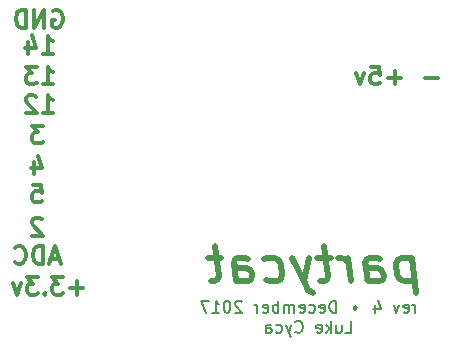
<source format=gbo>
G04 #@! TF.FileFunction,Legend,Bot*
%FSLAX46Y46*%
G04 Gerber Fmt 4.6, Leading zero omitted, Abs format (unit mm)*
G04 Created by KiCad (PCBNEW 4.0.7) date Tuesday, December 26, 2017 'AMt' 07:42:27 AM*
%MOMM*%
%LPD*%
G01*
G04 APERTURE LIST*
%ADD10C,0.100000*%
%ADD11C,0.200000*%
%ADD12C,0.500000*%
%ADD13C,0.300000*%
G04 APERTURE END LIST*
D10*
D11*
X41647620Y-29002381D02*
X41647620Y-28335714D01*
X41647620Y-28526190D02*
X41600001Y-28430952D01*
X41552382Y-28383333D01*
X41457144Y-28335714D01*
X41361905Y-28335714D01*
X40647619Y-28954762D02*
X40742857Y-29002381D01*
X40933334Y-29002381D01*
X41028572Y-28954762D01*
X41076191Y-28859524D01*
X41076191Y-28478571D01*
X41028572Y-28383333D01*
X40933334Y-28335714D01*
X40742857Y-28335714D01*
X40647619Y-28383333D01*
X40600000Y-28478571D01*
X40600000Y-28573810D01*
X41076191Y-28669048D01*
X40266667Y-28335714D02*
X40028572Y-29002381D01*
X39790476Y-28335714D01*
X38219047Y-28335714D02*
X38219047Y-29002381D01*
X38457143Y-27954762D02*
X38695238Y-28669048D01*
X38076190Y-28669048D01*
X36647618Y-28526190D02*
X36647618Y-28716667D01*
X36599999Y-28716667D02*
X36599999Y-28526190D01*
X36552380Y-28478571D02*
X36552380Y-28764286D01*
X36504761Y-28716667D02*
X36504761Y-28526190D01*
X36457142Y-28526190D02*
X36457142Y-28716667D01*
X36647618Y-28669048D02*
X36552380Y-28764286D01*
X36457142Y-28669048D01*
X36647618Y-28573810D02*
X36552380Y-28478571D01*
X36457142Y-28573810D01*
X36647618Y-28526190D02*
X36552380Y-28478571D01*
X36457142Y-28526190D01*
X36409523Y-28621429D01*
X36457142Y-28716667D01*
X36552380Y-28764286D01*
X36647618Y-28716667D01*
X36695238Y-28621429D01*
X36647618Y-28526190D01*
X34933333Y-29002381D02*
X34933333Y-28002381D01*
X34695238Y-28002381D01*
X34552380Y-28050000D01*
X34457142Y-28145238D01*
X34409523Y-28240476D01*
X34361904Y-28430952D01*
X34361904Y-28573810D01*
X34409523Y-28764286D01*
X34457142Y-28859524D01*
X34552380Y-28954762D01*
X34695238Y-29002381D01*
X34933333Y-29002381D01*
X33552380Y-28954762D02*
X33647618Y-29002381D01*
X33838095Y-29002381D01*
X33933333Y-28954762D01*
X33980952Y-28859524D01*
X33980952Y-28478571D01*
X33933333Y-28383333D01*
X33838095Y-28335714D01*
X33647618Y-28335714D01*
X33552380Y-28383333D01*
X33504761Y-28478571D01*
X33504761Y-28573810D01*
X33980952Y-28669048D01*
X32647618Y-28954762D02*
X32742856Y-29002381D01*
X32933333Y-29002381D01*
X33028571Y-28954762D01*
X33076190Y-28907143D01*
X33123809Y-28811905D01*
X33123809Y-28526190D01*
X33076190Y-28430952D01*
X33028571Y-28383333D01*
X32933333Y-28335714D01*
X32742856Y-28335714D01*
X32647618Y-28383333D01*
X31838094Y-28954762D02*
X31933332Y-29002381D01*
X32123809Y-29002381D01*
X32219047Y-28954762D01*
X32266666Y-28859524D01*
X32266666Y-28478571D01*
X32219047Y-28383333D01*
X32123809Y-28335714D01*
X31933332Y-28335714D01*
X31838094Y-28383333D01*
X31790475Y-28478571D01*
X31790475Y-28573810D01*
X32266666Y-28669048D01*
X31361904Y-29002381D02*
X31361904Y-28335714D01*
X31361904Y-28430952D02*
X31314285Y-28383333D01*
X31219047Y-28335714D01*
X31076189Y-28335714D01*
X30980951Y-28383333D01*
X30933332Y-28478571D01*
X30933332Y-29002381D01*
X30933332Y-28478571D02*
X30885713Y-28383333D01*
X30790475Y-28335714D01*
X30647618Y-28335714D01*
X30552380Y-28383333D01*
X30504761Y-28478571D01*
X30504761Y-29002381D01*
X30028571Y-29002381D02*
X30028571Y-28002381D01*
X30028571Y-28383333D02*
X29933333Y-28335714D01*
X29742856Y-28335714D01*
X29647618Y-28383333D01*
X29599999Y-28430952D01*
X29552380Y-28526190D01*
X29552380Y-28811905D01*
X29599999Y-28907143D01*
X29647618Y-28954762D01*
X29742856Y-29002381D01*
X29933333Y-29002381D01*
X30028571Y-28954762D01*
X28742856Y-28954762D02*
X28838094Y-29002381D01*
X29028571Y-29002381D01*
X29123809Y-28954762D01*
X29171428Y-28859524D01*
X29171428Y-28478571D01*
X29123809Y-28383333D01*
X29028571Y-28335714D01*
X28838094Y-28335714D01*
X28742856Y-28383333D01*
X28695237Y-28478571D01*
X28695237Y-28573810D01*
X29171428Y-28669048D01*
X28266666Y-29002381D02*
X28266666Y-28335714D01*
X28266666Y-28526190D02*
X28219047Y-28430952D01*
X28171428Y-28383333D01*
X28076190Y-28335714D01*
X27980951Y-28335714D01*
X26933332Y-28097619D02*
X26885713Y-28050000D01*
X26790475Y-28002381D01*
X26552379Y-28002381D01*
X26457141Y-28050000D01*
X26409522Y-28097619D01*
X26361903Y-28192857D01*
X26361903Y-28288095D01*
X26409522Y-28430952D01*
X26980951Y-29002381D01*
X26361903Y-29002381D01*
X25742856Y-28002381D02*
X25647617Y-28002381D01*
X25552379Y-28050000D01*
X25504760Y-28097619D01*
X25457141Y-28192857D01*
X25409522Y-28383333D01*
X25409522Y-28621429D01*
X25457141Y-28811905D01*
X25504760Y-28907143D01*
X25552379Y-28954762D01*
X25647617Y-29002381D01*
X25742856Y-29002381D01*
X25838094Y-28954762D01*
X25885713Y-28907143D01*
X25933332Y-28811905D01*
X25980951Y-28621429D01*
X25980951Y-28383333D01*
X25933332Y-28192857D01*
X25885713Y-28097619D01*
X25838094Y-28050000D01*
X25742856Y-28002381D01*
X24457141Y-29002381D02*
X25028570Y-29002381D01*
X24742856Y-29002381D02*
X24742856Y-28002381D01*
X24838094Y-28145238D01*
X24933332Y-28240476D01*
X25028570Y-28288095D01*
X24123808Y-28002381D02*
X23457141Y-28002381D01*
X23885713Y-29002381D01*
X35719048Y-30702381D02*
X36195239Y-30702381D01*
X36195239Y-29702381D01*
X34957143Y-30035714D02*
X34957143Y-30702381D01*
X35385715Y-30035714D02*
X35385715Y-30559524D01*
X35338096Y-30654762D01*
X35242858Y-30702381D01*
X35100000Y-30702381D01*
X35004762Y-30654762D01*
X34957143Y-30607143D01*
X34480953Y-30702381D02*
X34480953Y-29702381D01*
X34385715Y-30321429D02*
X34100000Y-30702381D01*
X34100000Y-30035714D02*
X34480953Y-30416667D01*
X33290476Y-30654762D02*
X33385714Y-30702381D01*
X33576191Y-30702381D01*
X33671429Y-30654762D01*
X33719048Y-30559524D01*
X33719048Y-30178571D01*
X33671429Y-30083333D01*
X33576191Y-30035714D01*
X33385714Y-30035714D01*
X33290476Y-30083333D01*
X33242857Y-30178571D01*
X33242857Y-30273810D01*
X33719048Y-30369048D01*
X31480952Y-30607143D02*
X31528571Y-30654762D01*
X31671428Y-30702381D01*
X31766666Y-30702381D01*
X31909524Y-30654762D01*
X32004762Y-30559524D01*
X32052381Y-30464286D01*
X32100000Y-30273810D01*
X32100000Y-30130952D01*
X32052381Y-29940476D01*
X32004762Y-29845238D01*
X31909524Y-29750000D01*
X31766666Y-29702381D01*
X31671428Y-29702381D01*
X31528571Y-29750000D01*
X31480952Y-29797619D01*
X31147619Y-30035714D02*
X30909524Y-30702381D01*
X30671428Y-30035714D02*
X30909524Y-30702381D01*
X31004762Y-30940476D01*
X31052381Y-30988095D01*
X31147619Y-31035714D01*
X29861904Y-30654762D02*
X29957142Y-30702381D01*
X30147619Y-30702381D01*
X30242857Y-30654762D01*
X30290476Y-30607143D01*
X30338095Y-30511905D01*
X30338095Y-30226190D01*
X30290476Y-30130952D01*
X30242857Y-30083333D01*
X30147619Y-30035714D01*
X29957142Y-30035714D01*
X29861904Y-30083333D01*
X29004761Y-30702381D02*
X29004761Y-30178571D01*
X29052380Y-30083333D01*
X29147618Y-30035714D01*
X29338095Y-30035714D01*
X29433333Y-30083333D01*
X29004761Y-30654762D02*
X29099999Y-30702381D01*
X29338095Y-30702381D01*
X29433333Y-30654762D01*
X29480952Y-30559524D01*
X29480952Y-30464286D01*
X29433333Y-30369048D01*
X29338095Y-30321429D01*
X29099999Y-30321429D01*
X29004761Y-30273810D01*
D12*
X41348215Y-24357143D02*
X41723215Y-27357143D01*
X41366072Y-24500000D02*
X41062501Y-24357143D01*
X40491072Y-24357143D01*
X40223215Y-24500000D01*
X40098215Y-24642857D01*
X39991072Y-24928571D01*
X40098215Y-25785714D01*
X40276787Y-26071429D01*
X40437501Y-26214286D01*
X40741072Y-26357143D01*
X41312501Y-26357143D01*
X41580358Y-26214286D01*
X37598215Y-26357143D02*
X37401786Y-24785714D01*
X37508929Y-24500000D01*
X37776786Y-24357143D01*
X38348215Y-24357143D01*
X38651786Y-24500000D01*
X37580358Y-26214286D02*
X37883929Y-26357143D01*
X38598215Y-26357143D01*
X38866072Y-26214286D01*
X38973214Y-25928571D01*
X38937500Y-25642857D01*
X38758929Y-25357143D01*
X38455358Y-25214286D01*
X37741072Y-25214286D01*
X37437501Y-25071429D01*
X36169643Y-26357143D02*
X35919643Y-24357143D01*
X35991071Y-24928571D02*
X35812500Y-24642857D01*
X35651786Y-24500000D01*
X35348215Y-24357143D01*
X35062500Y-24357143D01*
X34491072Y-24357143D02*
X33348215Y-24357143D01*
X33937500Y-23357143D02*
X34258928Y-25928571D01*
X34151786Y-26214286D01*
X33883929Y-26357143D01*
X33598215Y-26357143D01*
X32633929Y-24357143D02*
X32169643Y-26357143D01*
X31205357Y-24357143D02*
X32169643Y-26357143D01*
X32544643Y-27071429D01*
X32705357Y-27214286D01*
X33008929Y-27357143D01*
X29008929Y-26214286D02*
X29312500Y-26357143D01*
X29883929Y-26357143D01*
X30151786Y-26214286D01*
X30276786Y-26071429D01*
X30383928Y-25785714D01*
X30276785Y-24928571D01*
X30098214Y-24642857D01*
X29937500Y-24500000D01*
X29633929Y-24357143D01*
X29062500Y-24357143D01*
X28794643Y-24500000D01*
X26455357Y-26357143D02*
X26258928Y-24785714D01*
X26366071Y-24500000D01*
X26633928Y-24357143D01*
X27205357Y-24357143D01*
X27508928Y-24500000D01*
X26437500Y-26214286D02*
X26741071Y-26357143D01*
X27455357Y-26357143D01*
X27723214Y-26214286D01*
X27830356Y-25928571D01*
X27794642Y-25642857D01*
X27616071Y-25357143D01*
X27312500Y-25214286D01*
X26598214Y-25214286D01*
X26294643Y-25071429D01*
X25205357Y-24357143D02*
X24062500Y-24357143D01*
X24651785Y-23357143D02*
X24973213Y-25928571D01*
X24866071Y-26214286D01*
X24598214Y-26357143D01*
X24312500Y-26357143D01*
D13*
X11457143Y-24450000D02*
X10742857Y-24450000D01*
X11600000Y-24878571D02*
X11100000Y-23378571D01*
X10600000Y-24878571D01*
X10100000Y-24878571D02*
X10100000Y-23378571D01*
X9742857Y-23378571D01*
X9528572Y-23450000D01*
X9385714Y-23592857D01*
X9314286Y-23735714D01*
X9242857Y-24021429D01*
X9242857Y-24235714D01*
X9314286Y-24521429D01*
X9385714Y-24664286D01*
X9528572Y-24807143D01*
X9742857Y-24878571D01*
X10100000Y-24878571D01*
X7742857Y-24735714D02*
X7814286Y-24807143D01*
X8028572Y-24878571D01*
X8171429Y-24878571D01*
X8385714Y-24807143D01*
X8528572Y-24664286D01*
X8600000Y-24521429D01*
X8671429Y-24235714D01*
X8671429Y-24021429D01*
X8600000Y-23735714D01*
X8528572Y-23592857D01*
X8385714Y-23450000D01*
X8171429Y-23378571D01*
X8028572Y-23378571D01*
X7814286Y-23450000D01*
X7742857Y-23521429D01*
X10028571Y-21121429D02*
X9957142Y-21050000D01*
X9814285Y-20978571D01*
X9457142Y-20978571D01*
X9314285Y-21050000D01*
X9242856Y-21121429D01*
X9171428Y-21264286D01*
X9171428Y-21407143D01*
X9242856Y-21621429D01*
X10099999Y-22478571D01*
X9171428Y-22478571D01*
X9242856Y-18178571D02*
X9957142Y-18178571D01*
X10028571Y-18892857D01*
X9957142Y-18821429D01*
X9814285Y-18750000D01*
X9457142Y-18750000D01*
X9314285Y-18821429D01*
X9242856Y-18892857D01*
X9171428Y-19035714D01*
X9171428Y-19392857D01*
X9242856Y-19535714D01*
X9314285Y-19607143D01*
X9457142Y-19678571D01*
X9814285Y-19678571D01*
X9957142Y-19607143D01*
X10028571Y-19535714D01*
X9314285Y-16278571D02*
X9314285Y-17278571D01*
X9671428Y-15707143D02*
X10028571Y-16778571D01*
X9099999Y-16778571D01*
X10099999Y-13178571D02*
X9171428Y-13178571D01*
X9671428Y-13750000D01*
X9457142Y-13750000D01*
X9314285Y-13821429D01*
X9242856Y-13892857D01*
X9171428Y-14035714D01*
X9171428Y-14392857D01*
X9242856Y-14535714D01*
X9314285Y-14607143D01*
X9457142Y-14678571D01*
X9885714Y-14678571D01*
X10028571Y-14607143D01*
X10099999Y-14535714D01*
X10085714Y-12078571D02*
X10942857Y-12078571D01*
X10514285Y-12078571D02*
X10514285Y-10578571D01*
X10657142Y-10792857D01*
X10800000Y-10935714D01*
X10942857Y-11007143D01*
X9514286Y-10721429D02*
X9442857Y-10650000D01*
X9300000Y-10578571D01*
X8942857Y-10578571D01*
X8800000Y-10650000D01*
X8728571Y-10721429D01*
X8657143Y-10864286D01*
X8657143Y-11007143D01*
X8728571Y-11221429D01*
X9585714Y-12078571D01*
X8657143Y-12078571D01*
X10085714Y-9678571D02*
X10942857Y-9678571D01*
X10514285Y-9678571D02*
X10514285Y-8178571D01*
X10657142Y-8392857D01*
X10800000Y-8535714D01*
X10942857Y-8607143D01*
X9585714Y-8178571D02*
X8657143Y-8178571D01*
X9157143Y-8750000D01*
X8942857Y-8750000D01*
X8800000Y-8821429D01*
X8728571Y-8892857D01*
X8657143Y-9035714D01*
X8657143Y-9392857D01*
X8728571Y-9535714D01*
X8800000Y-9607143D01*
X8942857Y-9678571D01*
X9371429Y-9678571D01*
X9514286Y-9607143D01*
X9585714Y-9535714D01*
X13528571Y-26907143D02*
X12385714Y-26907143D01*
X12957143Y-27478571D02*
X12957143Y-26335714D01*
X11814285Y-25978571D02*
X10885714Y-25978571D01*
X11385714Y-26550000D01*
X11171428Y-26550000D01*
X11028571Y-26621429D01*
X10957142Y-26692857D01*
X10885714Y-26835714D01*
X10885714Y-27192857D01*
X10957142Y-27335714D01*
X11028571Y-27407143D01*
X11171428Y-27478571D01*
X11600000Y-27478571D01*
X11742857Y-27407143D01*
X11814285Y-27335714D01*
X10242857Y-27335714D02*
X10171429Y-27407143D01*
X10242857Y-27478571D01*
X10314286Y-27407143D01*
X10242857Y-27335714D01*
X10242857Y-27478571D01*
X9671428Y-25978571D02*
X8742857Y-25978571D01*
X9242857Y-26550000D01*
X9028571Y-26550000D01*
X8885714Y-26621429D01*
X8814285Y-26692857D01*
X8742857Y-26835714D01*
X8742857Y-27192857D01*
X8814285Y-27335714D01*
X8885714Y-27407143D01*
X9028571Y-27478571D01*
X9457143Y-27478571D01*
X9600000Y-27407143D01*
X9671428Y-27335714D01*
X8242857Y-26478571D02*
X7885714Y-27478571D01*
X7528572Y-26478571D01*
X10085714Y-7078571D02*
X10942857Y-7078571D01*
X10514285Y-7078571D02*
X10514285Y-5578571D01*
X10657142Y-5792857D01*
X10800000Y-5935714D01*
X10942857Y-6007143D01*
X8800000Y-6078571D02*
X8800000Y-7078571D01*
X9157143Y-5507143D02*
X9514286Y-6578571D01*
X8585714Y-6578571D01*
X10942857Y-3450000D02*
X11085714Y-3378571D01*
X11300000Y-3378571D01*
X11514285Y-3450000D01*
X11657143Y-3592857D01*
X11728571Y-3735714D01*
X11800000Y-4021429D01*
X11800000Y-4235714D01*
X11728571Y-4521429D01*
X11657143Y-4664286D01*
X11514285Y-4807143D01*
X11300000Y-4878571D01*
X11157143Y-4878571D01*
X10942857Y-4807143D01*
X10871428Y-4735714D01*
X10871428Y-4235714D01*
X11157143Y-4235714D01*
X10228571Y-4878571D02*
X10228571Y-3378571D01*
X9371428Y-4878571D01*
X9371428Y-3378571D01*
X8657142Y-4878571D02*
X8657142Y-3378571D01*
X8299999Y-3378571D01*
X8085714Y-3450000D01*
X7942856Y-3592857D01*
X7871428Y-3735714D01*
X7799999Y-4021429D01*
X7799999Y-4235714D01*
X7871428Y-4521429D01*
X7942856Y-4664286D01*
X8085714Y-4807143D01*
X8299999Y-4878571D01*
X8657142Y-4878571D01*
X43571428Y-9107143D02*
X42428571Y-9107143D01*
X40457142Y-9107143D02*
X39314285Y-9107143D01*
X39885714Y-9678571D02*
X39885714Y-8535714D01*
X37885713Y-8178571D02*
X38599999Y-8178571D01*
X38671428Y-8892857D01*
X38599999Y-8821429D01*
X38457142Y-8750000D01*
X38099999Y-8750000D01*
X37957142Y-8821429D01*
X37885713Y-8892857D01*
X37814285Y-9035714D01*
X37814285Y-9392857D01*
X37885713Y-9535714D01*
X37957142Y-9607143D01*
X38099999Y-9678571D01*
X38457142Y-9678571D01*
X38599999Y-9607143D01*
X38671428Y-9535714D01*
X37314285Y-8678571D02*
X36957142Y-9678571D01*
X36600000Y-8678571D01*
M02*

</source>
